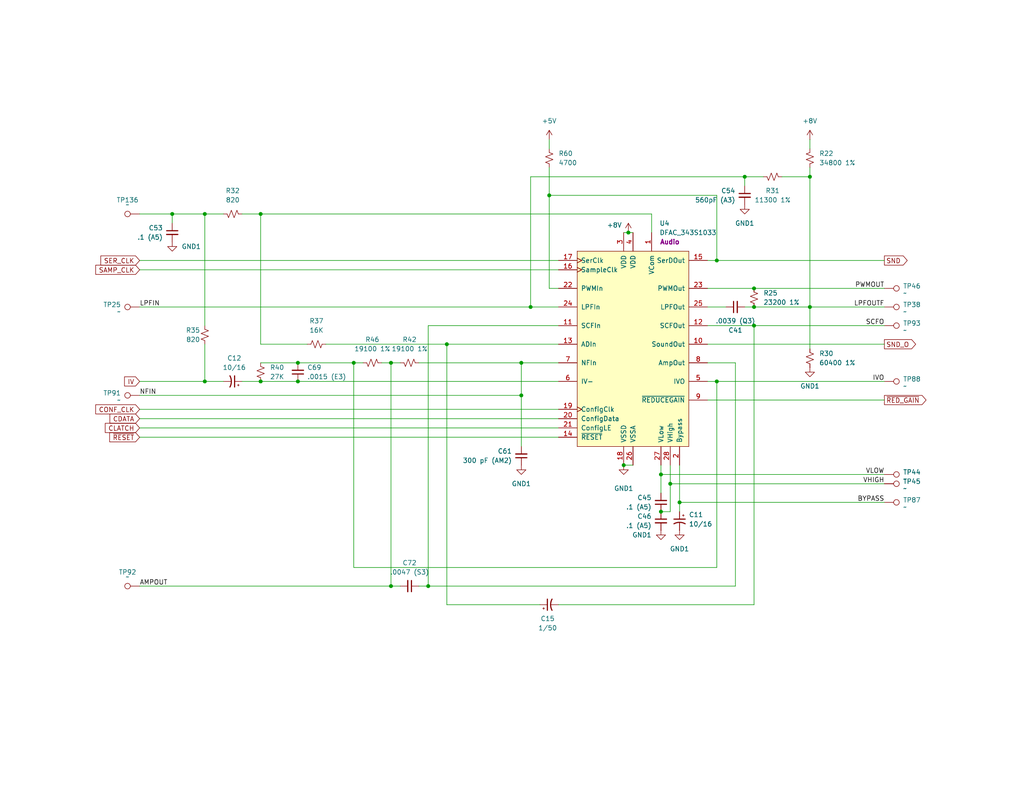
<source format=kicad_sch>
(kicad_sch (version 20250114) (generator "eeschema") (generator_version "9.0")
  (paper "USLetter")
  (title_block (title "Macintosh Classic II Revision B") (date "2025-06-04") (company "Apple Computer") (comment 1 "drawn by Bradley Bell"))
  (lib_symbols
    (symbol "AppleASIC:DFAC_343S1033" (pin_names (offset 1.016))
      (property "Reference" "U" (at -14.986 30.734 0))
      (property "Value" "DFAC_343S1033" (at -14.986 28.194 0))
      (symbol "DFAC_343S1033_1_1"
        (rectangle (start -15.24 25.4) (end 15.24 -27.94) (fill (type background)))
        (pin input clock (at -20.32 22.86 0) (length 5.08) (name "SerClk") (number "17"))
        (pin input clock (at -20.32 20.32 0) (length 5.08) (name "SampleClk") (number "16"))
        (pin input line (at -20.32 15.24 0) (length 5.08) (name "PWMIn") (number "22"))
        (pin input line (at -20.32 10.16 0) (length 5.08) (name "LPFIn") (number "24"))
        (pin input line (at -20.32 5.08 0) (length 5.08) (name "SCFIn") (number "11"))
        (pin input line (at -20.32 0 0) (length 5.08) (name "ADIn") (number "13"))
        (pin input line (at -20.32 -5.08 0) (length 5.08) (name "NFIn") (number "7"))
        (pin input line (at -20.32 -10.16 0) (length 5.08) (name "IV-") (number "6"))
        (pin input clock (at -20.32 -17.78 0) (length 5.08) (name "ConfigClk") (number "19"))
        (pin input line (at -20.32 -20.32 0) (length 5.08) (name "ConfigData") (number "20"))
        (pin input line (at -20.32 -22.86 0) (length 5.08) (name "ConfigLE") (number "21"))
        (pin input line (at -20.32 -25.4 0) (length 5.08) (name "~{RESET}") (number "14"))
        (pin power_in line (at -2.54 30.48 270) (length 5.08) (name "VDD") (number "3"))
        (pin power_in line (at -2.54 -33.02 90) (length 5.08) (name "VSSD") (number "18"))
        (pin power_in line (at 0 30.48 270) (length 5.08) (name "VDD") (number "4"))
        (pin power_in line (at 0 -33.02 90) (length 5.08) (name "VSSA") (number "26"))
        (pin output line (at 5.08 30.48 270) (length 5.08) (name "VCom") (number "1"))
        (pin output line (at 7.62 -33.02 90) (length 5.08) (name "VLow") (number "27"))
        (pin output line (at 10.16 -33.02 90) (length 5.08) (name "VHigh") (number "28"))
        (pin passive line (at 12.7 -33.02 90) (length 5.08) (name "Bypass") (number "2"))
        (pin output line (at 20.32 22.86 180) (length 5.08) (name "SerDOut") (number "15"))
        (pin output line (at 20.32 15.24 180) (length 5.08) (name "PWMOut") (number "23"))
        (pin output line (at 20.32 10.16 180) (length 5.08) (name "LPFOut") (number "25"))
        (pin output line (at 20.32 5.08 180) (length 5.08) (name "SCFOut") (number "12"))
        (pin output line (at 20.32 0 180) (length 5.08) (name "SoundOut") (number "10"))
        (pin output line (at 20.32 -5.08 180) (length 5.08) (name "AmpOut") (number "8"))
        (pin output line (at 20.32 -10.16 180) (length 5.08) (name "IVO") (number "5"))
        (pin open_collector line (at 20.32 -15.24 180) (length 5.08) (name "~{REDUCEGAIN}") (number "9"))
      )
    )
    (symbol "Connector:TestPoint" (pin_numbers (hide yes)) (pin_names (offset 0.762) (hide yes))
      (property "Reference" "TP" (at 0 6.858 0))
      (property "Value" "TestPoint" (at 0 5.08 0))
      (symbol "TestPoint_0_1"
        (circle (center 0 3.302) (radius 0.762))
      )
      (symbol "TestPoint_1_1"
        (pin passive line (at 0 0 90) (length 2.54) (name "1") (number "1"))
      )
    )
    (symbol "Device:C_Polarized_Small_US" (pin_numbers (hide yes)) (pin_names (offset 0.254) (hide yes))
      (property "Reference" "C" (at 0.254 1.778 0))
      (property "Value" "C_Polarized_Small_US" (at 0.254 -2.032 0))
      (symbol "C_Polarized_Small_US_0_1"
        (polyline (pts (xy -1.524 0.508) (xy 1.524 0.508)) (stroke (width 0.3048)))
        (polyline (pts (xy -1.27 1.524) (xy -0.762 1.524)))
        (polyline (pts (xy -1.016 1.27) (xy -1.016 1.778)))
        (arc (start -1.524 -0.762) (mid 0 -0.3734) (end 1.524 -0.762) (stroke (width 0.3048)))
      )
      (symbol "C_Polarized_Small_US_1_1"
        (pin passive line (at 0 2.54 270) (length 2.032) (name "~") (number "1"))
        (pin passive line (at 0 -2.54 90) (length 2.032) (name "~") (number "2"))
      )
    )
    (symbol "Device:C_Small" (pin_numbers (hide yes)) (pin_names (offset 0.254) (hide yes))
      (property "Reference" "C" (at 0.254 1.778 0))
      (property "Value" "C_Small" (at 0.254 -2.032 0))
      (symbol "C_Small_0_1"
        (polyline (pts (xy -1.524 0.508) (xy 1.524 0.508)) (stroke (width 0.3048)))
        (polyline (pts (xy -1.524 -0.508) (xy 1.524 -0.508)) (stroke (width 0.3302)))
      )
      (symbol "C_Small_1_1"
        (pin passive line (at 0 2.54 270) (length 2.032) (name "~") (number "1"))
        (pin passive line (at 0 -2.54 90) (length 2.032) (name "~") (number "2"))
      )
    )
    (symbol "Device:R_Small_US" (pin_numbers (hide yes)) (pin_names (offset 0.254) (hide yes))
      (property "Reference" "R" (at 0.762 0.508 0))
      (property "Value" "R_Small_US" (at 0.762 -1.016 0))
      (symbol "R_Small_US_1_1"
        (polyline (pts (xy 0 1.524) (xy 1.016 1.143) (xy 0 0.762) (xy -1.016 0.381) (xy 0 0)))
        (polyline (pts (xy 0 0) (xy 1.016 -0.381) (xy 0 -0.762) (xy -1.016 -1.143) (xy 0 -1.524)))
        (pin passive line (at 0 2.54 270) (length 1.016) (name "~") (number "1"))
        (pin passive line (at 0 -2.54 90) (length 1.016) (name "~") (number "2"))
      )
    )
    (symbol "power:+5V" (power) (pin_numbers (hide yes)) (pin_names (offset 0) (hide yes))
      (property "Value" "+5V" (at 0 3.556 0))
      (symbol "+5V_0_1"
        (polyline (pts (xy -0.762 1.27) (xy 0 2.54)))
        (polyline (pts (xy 0 2.54) (xy 0.762 1.27)))
        (polyline (pts (xy 0 0) (xy 0 2.54)))
      )
      (symbol "+5V_1_1"
        (pin power_in line (at 0 0 90) (length 0) (name "~") (number "1"))
      )
    )
    (symbol "power:+8V" (power) (pin_numbers (hide yes)) (pin_names (offset 0) (hide yes))
      (property "Value" "+8V" (at 0 3.556 0))
      (symbol "+8V_0_1"
        (polyline (pts (xy -0.762 1.27) (xy 0 2.54)))
        (polyline (pts (xy 0 2.54) (xy 0.762 1.27)))
        (polyline (pts (xy 0 0) (xy 0 2.54)))
      )
      (symbol "+8V_1_1"
        (pin power_in line (at 0 0 90) (length 0) (name "~") (number "1"))
      )
    )
    (symbol "power:GND1" (power) (pin_numbers (hide yes)) (pin_names (offset 0) (hide yes))
      (property "Value" "GND1" (at 0 -3.81 0))
      (symbol "GND1_0_1"
        (polyline (pts (xy 0 0) (xy 0 -1.27) (xy 1.27 -1.27) (xy 0 -2.54) (xy -1.27 -1.27) (xy 0 -1.27)))
      )
      (symbol "GND1_1_1"
        (pin power_in line (at 0 0 270) (length 0) (name "~") (number "1"))
      )
    )
  )
  (junction (at 55.88 104.14))
  (junction (at 81.28 104.14))
  (junction (at 121.92 93.98))
  (junction (at 195.58 104.14))
  (junction (at 106.68 160.02))
  (junction (at 180.34 129.54))
  (junction (at 71.12 104.14))
  (junction (at 203.2 48.26))
  (junction (at 81.28 99.06))
  (junction (at 205.74 83.82))
  (junction (at 55.88 58.42))
  (junction (at 180.34 139.7))
  (junction (at 205.74 78.74))
  (junction (at 142.24 99.06))
  (junction (at 182.88 132.08))
  (junction (at 71.12 58.42))
  (junction (at 220.98 83.82))
  (junction (at 171.45 63.5))
  (junction (at 185.42 137.16))
  (junction (at 106.68 99.06))
  (junction (at 170.18 127))
  (junction (at 46.99 58.42))
  (junction (at 205.74 88.9))
  (junction (at 116.84 160.02))
  (junction (at 195.58 71.12))
  (junction (at 142.24 107.95))
  (junction (at 220.98 48.26))
  (junction (at 149.86 53.34))
  (junction (at 96.52 99.06))
  (junction (at 144.78 83.82))
  (wire (pts (xy 180.34 134.62) (xy 180.34 129.54)))
  (wire (pts (xy 114.3 99.06) (xy 142.24 99.06)))
  (wire (pts (xy 55.88 104.14) (xy 55.88 93.98)))
  (wire (pts (xy 121.92 93.98) (xy 121.92 165.1)))
  (wire (pts (xy 96.52 99.06) (xy 99.06 99.06)))
  (wire (pts (xy 38.1 111.76) (xy 152.4 111.76)))
  (wire (pts (xy 220.98 40.64) (xy 220.98 38.1)))
  (wire (pts (xy 185.42 137.16) (xy 241.3 137.16)))
  (wire (pts (xy 106.68 160.02) (xy 109.22 160.02)))
  (wire (pts (xy 193.04 88.9) (xy 205.74 88.9)))
  (wire (pts (xy 142.24 99.06) (xy 152.4 99.06)))
  (wire (pts (xy 81.28 104.14) (xy 152.4 104.14)))
  (wire (pts (xy 149.86 40.64) (xy 149.86 38.1)))
  (wire (pts (xy 96.52 154.94) (xy 195.58 154.94)))
  (wire (pts (xy 142.24 107.95) (xy 142.24 121.92)))
  (wire (pts (xy 149.86 45.72) (xy 149.86 53.34)))
  (wire (pts (xy 241.3 88.9) (xy 205.74 88.9)))
  (wire (pts (xy 81.28 99.06) (xy 96.52 99.06)))
  (wire (pts (xy 203.2 83.82) (xy 205.74 83.82)))
  (wire (pts (xy 203.2 50.8) (xy 203.2 48.26)))
  (wire (pts (xy 38.1 71.12) (xy 152.4 71.12)))
  (wire (pts (xy 116.84 160.02) (xy 114.3 160.02)))
  (wire (pts (xy 205.74 83.82) (xy 220.98 83.82)))
  (wire (pts (xy 195.58 71.12) (xy 241.3 71.12)))
  (wire (pts (xy 205.74 88.9) (xy 205.74 165.1)))
  (wire (pts (xy 220.98 83.82) (xy 220.98 95.25)))
  (wire (pts (xy 203.2 48.26) (xy 208.28 48.26)))
  (wire (pts (xy 38.1 107.95) (xy 142.24 107.95)))
  (wire (pts (xy 55.88 104.14) (xy 60.96 104.14)))
  (wire (pts (xy 182.88 127) (xy 182.88 132.08)))
  (wire (pts (xy 104.14 99.06) (xy 106.68 99.06)))
  (wire (pts (xy 220.98 48.26) (xy 220.98 83.82)))
  (wire (pts (xy 66.04 104.14) (xy 71.12 104.14)))
  (wire (pts (xy 180.34 139.7) (xy 182.88 139.7)))
  (wire (pts (xy 38.1 104.14) (xy 55.88 104.14)))
  (wire (pts (xy 241.3 93.98) (xy 193.04 93.98)))
  (wire (pts (xy 121.92 93.98) (xy 152.4 93.98)))
  (wire (pts (xy 182.88 132.08) (xy 182.88 139.7)))
  (wire (pts (xy 38.1 160.02) (xy 106.68 160.02)))
  (wire (pts (xy 195.58 104.14) (xy 241.3 104.14)))
  (wire (pts (xy 241.3 83.82) (xy 220.98 83.82)))
  (wire (pts (xy 38.1 83.82) (xy 144.78 83.82)))
  (wire (pts (xy 195.58 104.14) (xy 193.04 104.14)))
  (wire (pts (xy 144.78 48.26) (xy 144.78 83.82)))
  (wire (pts (xy 193.04 109.22) (xy 241.3 109.22)))
  (wire (pts (xy 71.12 58.42) (xy 177.8 58.42)))
  (wire (pts (xy 185.42 127) (xy 185.42 137.16)))
  (wire (pts (xy 171.45 63.5) (xy 170.18 63.5)))
  (wire (pts (xy 38.1 58.42) (xy 46.99 58.42)))
  (wire (pts (xy 96.52 99.06) (xy 96.52 154.94)))
  (wire (pts (xy 66.04 58.42) (xy 71.12 58.42)))
  (wire (pts (xy 46.99 58.42) (xy 46.99 60.96)))
  (wire (pts (xy 213.36 48.26) (xy 220.98 48.26)))
  (wire (pts (xy 195.58 154.94) (xy 195.58 104.14)))
  (wire (pts (xy 195.58 71.12) (xy 193.04 71.12)))
  (wire (pts (xy 71.12 99.06) (xy 81.28 99.06)))
  (wire (pts (xy 149.86 53.34) (xy 195.58 53.34)))
  (wire (pts (xy 180.34 129.54) (xy 241.3 129.54)))
  (wire (pts (xy 88.9 93.98) (xy 121.92 93.98)))
  (wire (pts (xy 116.84 88.9) (xy 152.4 88.9)))
  (wire (pts (xy 144.78 83.82) (xy 152.4 83.82)))
  (wire (pts (xy 193.04 99.06) (xy 200.66 99.06)))
  (wire (pts (xy 220.98 45.72) (xy 220.98 48.26)))
  (wire (pts (xy 38.1 73.66) (xy 152.4 73.66)))
  (wire (pts (xy 144.78 48.26) (xy 203.2 48.26)))
  (wire (pts (xy 71.12 58.42) (xy 71.12 93.98)))
  (wire (pts (xy 116.84 88.9) (xy 116.84 160.02)))
  (wire (pts (xy 195.58 53.34) (xy 195.58 71.12)))
  (wire (pts (xy 149.86 78.74) (xy 152.4 78.74)))
  (wire (pts (xy 149.86 53.34) (xy 149.86 78.74)))
  (wire (pts (xy 180.34 129.54) (xy 180.34 127)))
  (wire (pts (xy 106.68 99.06) (xy 109.22 99.06)))
  (wire (pts (xy 170.18 127) (xy 172.72 127)))
  (wire (pts (xy 182.88 132.08) (xy 241.3 132.08)))
  (wire (pts (xy 55.88 58.42) (xy 55.88 88.9)))
  (wire (pts (xy 71.12 93.98) (xy 83.82 93.98)))
  (wire (pts (xy 177.8 58.42) (xy 177.8 63.5)))
  (wire (pts (xy 205.74 165.1) (xy 152.4 165.1)))
  (wire (pts (xy 193.04 83.82) (xy 198.12 83.82)))
  (wire (pts (xy 71.12 104.14) (xy 81.28 104.14)))
  (wire (pts (xy 38.1 116.84) (xy 152.4 116.84)))
  (wire (pts (xy 205.74 78.74) (xy 241.3 78.74)))
  (wire (pts (xy 172.72 63.5) (xy 171.45 63.5)))
  (wire (pts (xy 142.24 99.06) (xy 142.24 107.95)))
  (wire (pts (xy 185.42 137.16) (xy 185.42 139.7)))
  (wire (pts (xy 55.88 58.42) (xy 60.96 58.42)))
  (wire (pts (xy 38.1 114.3) (xy 152.4 114.3)))
  (wire (pts (xy 106.68 99.06) (xy 106.68 160.02)))
  (wire (pts (xy 121.92 165.1) (xy 147.32 165.1)))
  (wire (pts (xy 200.66 99.06) (xy 200.66 160.02)))
  (wire (pts (xy 193.04 78.74) (xy 205.74 78.74)))
  (wire (pts (xy 116.84 160.02) (xy 200.66 160.02)))
  (wire (pts (xy 46.99 58.42) (xy 55.88 58.42)))
  (wire (pts (xy 38.1 119.38) (xy 152.4 119.38)))
  (label "VLOW" (at 241.3 129.54 180))
  (label "VHIGH" (at 241.3 132.08 180))
  (label "SCFO" (at 241.3 88.9 180))
  (label "LPFOUTF" (at 241.3 83.82 180))
  (label "NFIN" (at 38.1 107.95 0))
  (label "AMPOUT" (at 38.1 160.02 0))
  (label "IVO" (at 241.3 104.14 180))
  (label "LPFIN" (at 38.1 83.82 0))
  (label "BYPASS" (at 241.3 137.16 180))
  (label "PWMOUT" (at 241.3 78.74 180))
  (global_label "CDATA" (shape input) (at 38.1 114.3 180) (property "Intersheetrefs" "${INTERSHEET_REFS}" (at 26.7088 114.3 0) (effects (justify right))))
  (global_label "IV" (shape input) (at 38.1 104.14 180) (property "Intersheetrefs" "${INTERSHEET_REFS}" (at 33.4214 104.14 0) (effects (justify right))))
  (global_label "CONF_CLK" (shape input) (at 38.1 111.76 180) (property "Intersheetrefs" "${INTERSHEET_REFS}" (at 25.5595 111.76 0) (effects (justify right))))
  (global_label "SER_CLK" (shape input) (at 38.1 71.12 180) (property "Intersheetrefs" "${INTERSHEET_REFS}" (at 26.9506 71.12 0) (effects (justify right))))
  (global_label "~{RED_GAIN}" (shape output) (at 241.3 109.22 0) (property "Intersheetrefs" "${INTERSHEET_REFS}" (at 253.2357 109.22 0) (effects (justify left))))
  (global_label "SND_O" (shape output) (at 241.3 93.98 0) (property "Intersheetrefs" "${INTERSHEET_REFS}" (at 250.3933 93.98 0) (effects (justify left))))
  (global_label "~{RESET}" (shape input) (at 38.1 119.38 180) (property "Intersheetrefs" "${INTERSHEET_REFS}" (at 29.3697 119.38 0) (effects (justify right))))
  (global_label "CLATCH" (shape input) (at 38.1 116.84 180) (property "Intersheetrefs" "${INTERSHEET_REFS}" (at 26.8902 116.84 0) (effects (justify right))))
  (global_label "SAMP_CLK" (shape input) (at 38.1 73.66 180) (property "Intersheetrefs" "${INTERSHEET_REFS}" (at 25.5596 73.66 0) (effects (justify right))))
  (global_label "SND" (shape output) (at 241.3 71.12 0) (property "Intersheetrefs" "${INTERSHEET_REFS}" (at 248.0952 71.12 0) (effects (justify left))))
  (symbol (lib_id "Device:R_Small_US") (at 111.76 99.06 90) (mirror x) (unit 1)
    (property "Reference" "R42" (at 111.76 92.71 90))
    (property "Value" "19100 1%" (at 111.76 95.25 90))
    (property "Footprint" "MyPackage:SMD_0805_2012Metric_Pad1.25x1.65mm" (effects (hide yes)))
    (property "Description" "Resistor, small US symbol" (effects (hide yes)))
  )
  (symbol (lib_id "Connector:TestPoint") (at 241.3 137.16 270) (mirror x) (unit 1)
    (property "Reference" "TP87" (at 246.38 136.5249 90) (effects (justify left)))
    (property "Value" "~" (at 246.38 138.43 90) (effects (justify left)))
    (property "Footprint" "MyPackage:TestPoint_THTPad_D1.0mm_Drill0.5mm" (effects (hide yes)))
    (property "Description" "test point" (effects (hide yes)))
  )
  (symbol (lib_id "Device:R_Small_US") (at 205.74 81.28 180) (unit 1)
    (property "Reference" "R25" (at 208.28 80.0099 0) (effects (justify right)))
    (property "Value" "23200 1%" (at 208.28 82.5499 0) (effects (justify right)))
    (property "Footprint" "MyPackage:SMD_0805_2012Metric_Pad1.25x1.65mm" (effects (hide yes)))
    (property "Description" "Resistor, small US symbol" (effects (hide yes)))
  )
  (symbol (lib_id "Device:C_Small") (at 203.2 53.34 0) (unit 1)
    (property "Reference" "C54" (at 200.66 52.0762 0) (effects (justify right)))
    (property "Value" "560pF (A3)" (at 200.66 54.6162 0) (effects (justify right)))
    (property "Footprint" "MyPackage:SMD_0603_1608Metric_Pad1.52x1.02mm" (effects (hide yes)))
    (property "Description" "Unpolarized capacitor, small symbol" (effects (hide yes)))
  )
  (symbol (lib_id "Device:C_Small") (at 180.34 137.16 0) (mirror x) (unit 1)
    (property "Reference" "C45" (at 177.8 135.8835 0) (effects (justify right)))
    (property "Value" ".1 (A5)" (at 177.8 138.4235 0) (effects (justify right)))
    (property "Footprint" "MyPackage:SMD_0603_1608Metric_Pad1.52x1.02mm" (effects (hide yes)))
    (property "Description" "Unpolarized capacitor, small symbol" (effects (hide yes)))
  )
  (symbol (lib_id "power:GND1") (at 220.98 100.33 0) (mirror y) (unit 1)
    (property "Reference" "#PWR0196" (effects (hide yes)))
    (property "Value" "GND1" (at 220.98 105.41 0))
    (property "Description" "Power symbol creates a global label with name \"GND1\" , ground" (effects (hide yes)))
  )
  (symbol (lib_id "Connector:TestPoint") (at 241.3 132.08 270) (mirror x) (unit 1)
    (property "Reference" "TP45" (at 246.38 131.4449 90) (effects (justify left)))
    (property "Value" "~" (at 246.38 133.35 90) (effects (justify left)))
    (property "Footprint" "MyPackage:TestPoint_Pad_D1.0mm" (effects (hide yes)))
    (property "Description" "test point" (effects (hide yes)))
  )
  (symbol (lib_id "Connector:TestPoint") (at 38.1 83.82 90) (unit 1)
    (property "Reference" "TP25" (at 33.02 83.1849 90) (effects (justify left)))
    (property "Value" "~" (at 33.02 85.09 90) (effects (justify left)))
    (property "Footprint" "MyPackage:TestPoint_THTPad_D1.0mm_Drill0.5mm" (effects (hide yes)))
    (property "Description" "test point" (effects (hide yes)))
  )
  (symbol (lib_id "Device:C_Small") (at 200.66 83.82 90) (unit 1)
    (property "Reference" "C41" (at 200.6663 90.17 90))
    (property "Value" ".0039 (Q3)" (at 200.6663 87.63 90))
    (property "Footprint" "MyPackage:SMD_0603_1608Metric_Pad1.52x1.02mm" (effects (hide yes)))
    (property "Description" "Unpolarized capacitor, small symbol" (effects (hide yes)))
  )
  (symbol (lib_id "Connector:TestPoint") (at 38.1 58.42 90) (mirror x) (unit 1)
    (property "Reference" "TP136" (at 34.798 54.61 90))
    (property "Value" "~" (at 34.798 55.88 90))
    (property "Footprint" "MyPackage:TestPoint_Pad_D1.0mm" (effects (hide yes)))
    (property "Description" "test point" (effects (hide yes)))
  )
  (symbol (lib_id "Device:R_Small_US") (at 86.36 93.98 270) (unit 1)
    (property "Reference" "R37" (at 86.36 87.63 90))
    (property "Value" "16K" (at 86.36 90.17 90))
    (property "Footprint" "MyPackage:SMD_0805_2012Metric_Pad1.25x1.65mm" (effects (hide yes)))
    (property "Description" "Resistor, small US symbol" (effects (hide yes)))
  )
  (symbol (lib_id "power:GND1") (at 180.34 144.78 0) (mirror y) (unit 1)
    (property "Reference" "#PWR0191" (effects (hide yes)))
    (property "Value" "GND1" (at 177.8 146.0499 0) (effects (justify left)))
    (property "Description" "Power symbol creates a global label with name \"GND1\" , ground" (effects (hide yes)))
  )
  (symbol (lib_id "Connector:TestPoint") (at 241.3 83.82 270) (unit 1)
    (property "Reference" "TP38" (at 246.38 83.1849 90) (effects (justify left)))
    (property "Value" "~" (at 246.38 85.09 90) (effects (justify left)))
    (property "Footprint" "MyPackage:TestPoint_Pad_D1.0mm" (effects (hide yes)))
    (property "Description" "test point" (effects (hide yes)))
  )
  (symbol (lib_id "Device:C_Small") (at 111.76 160.02 270) (unit 1)
    (property "Reference" "C72" (at 111.7536 153.67 90))
    (property "Value" ".0047 (S3)" (at 111.7536 156.21 90))
    (property "Footprint" "MyPackage:SMD_0603_1608Metric_Pad1.52x1.02mm" (effects (hide yes)))
    (property "Description" "Unpolarized capacitor, small symbol" (effects (hide yes)))
  )
  (symbol (lib_id "Connector:TestPoint") (at 38.1 107.95 90) (mirror x) (unit 1)
    (property "Reference" "TP91" (at 33.02 107.3149 90) (effects (justify left)))
    (property "Value" "~" (at 33.02 109.22 90) (effects (justify left)))
    (property "Footprint" "MyPackage:TestPoint_Pad_D1.0mm" (effects (hide yes)))
    (property "Description" "test point" (effects (hide yes)))
  )
  (symbol (lib_id "Device:C_Small") (at 180.34 142.24 0) (mirror y) (unit 1)
    (property "Reference" "C46" (at 177.8 140.9762 0) (effects (justify left)))
    (property "Value" ".1 (A5)" (at 177.8 143.5162 0) (effects (justify left)))
    (property "Footprint" "MyPackage:SMD_0603_1608Metric_Pad1.52x1.02mm" (effects (hide yes)))
    (property "Description" "Unpolarized capacitor, small symbol" (effects (hide yes)))
  )
  (symbol (lib_id "Device:C_Small") (at 142.24 124.46 0) (mirror x) (unit 1)
    (property "Reference" "C61" (at 139.7 123.1835 0) (effects (justify right)))
    (property "Value" "300 pF (AM2)" (at 139.7 125.7235 0) (effects (justify right)))
    (property "Footprint" "MyPackage:SMD_1206_3216Metric_Pad1.65x1.27mm" (effects (hide yes)))
    (property "Description" "Unpolarized capacitor, small symbol" (effects (hide yes)))
  )
  (symbol (lib_id "Device:R_Small_US") (at 149.86 43.18 0) (unit 1)
    (property "Reference" "R60" (at 152.4 41.9099 0) (effects (justify left)))
    (property "Value" "4700" (at 152.4 44.4499 0) (effects (justify left)))
    (property "Footprint" "MyPackage:SMD_0805_2012Metric_Pad1.25x1.65mm" (effects (hide yes)))
    (property "Description" "Resistor, small US symbol" (effects (hide yes)))
  )
  (symbol (lib_id "Device:C_Small") (at 81.28 101.6 180) (unit 1)
    (property "Reference" "C69" (at 83.82 100.3235 0) (effects (justify right)))
    (property "Value" ".0015 (E3)" (at 83.82 102.8635 0) (effects (justify right)))
    (property "Footprint" "MyPackage:SMD_0805_2012Metric_Pad1.25x1.65mm" (effects (hide yes)))
    (property "Description" "Unpolarized capacitor, small symbol" (effects (hide yes)))
  )
  (symbol (lib_id "Device:R_Small_US") (at 101.6 99.06 270) (mirror x) (unit 1)
    (property "Reference" "R46" (at 101.6 92.71 90))
    (property "Value" "19100 1%" (at 101.6 95.25 90))
    (property "Footprint" "MyPackage:SMD_0805_2012Metric_Pad1.25x1.65mm" (effects (hide yes)))
    (property "Description" "Resistor, small US symbol" (effects (hide yes)))
  )
  (symbol (lib_id "Device:C_Polarized_Small_US") (at 149.86 165.1 90) (unit 1)
    (property "Reference" "C15" (at 149.4282 168.91 90))
    (property "Value" "1/50" (at 149.4282 171.45 90))
    (property "Footprint" "MyPackage:CP_Elec_4x5.8" (effects (hide yes)))
    (property "Description" "Polarized capacitor, small US symbol" (effects (hide yes)))
  )
  (symbol (lib_id "Connector:TestPoint") (at 38.1 160.02 90) (mirror x) (unit 1)
    (property "Reference" "TP92" (at 34.798 156.21 90))
    (property "Value" "~" (at 34.798 157.48 90))
    (property "Footprint" "MyPackage:TestPoint_Pad_D1.0mm" (effects (hide yes)))
    (property "Description" "test point" (effects (hide yes)))
  )
  (symbol (lib_id "Device:R_Small_US") (at 220.98 97.79 180) (unit 1)
    (property "Reference" "R30" (at 223.52 96.5199 0) (effects (justify right)))
    (property "Value" "60400 1%" (at 223.52 99.0599 0) (effects (justify right)))
    (property "Footprint" "MyPackage:SMD_0805_2012Metric_Pad1.25x1.65mm" (effects (hide yes)))
    (property "Description" "Resistor, small US symbol" (effects (hide yes)))
  )
  (symbol (lib_id "AppleASIC:DFAC_343S1033") (at 172.72 93.98 0) (unit 1)
    (property "Reference" "U4" (at 179.9433 60.96 0) (effects (justify left)))
    (property "Value" "DFAC_343S1033" (at 179.9433 63.5 0) (effects (justify left)))
    (property "Footprint" "MyPackage:PLCC-28_rounded" (effects (hide yes)))
    (property "Description" "Audio" (at 179.9433 66.04 0) (effects (font (thickness 0.254) (bold yes)) (justify left)))
  )
  (symbol (lib_id "Device:R_Small_US") (at 55.88 91.44 180) (unit 1)
    (property "Reference" "R35" (at 54.61 90.1699 0) (effects (justify left)))
    (property "Value" "820" (at 54.61 92.7099 0) (effects (justify left)))
    (property "Footprint" "MyPackage:SMD_0805_2012Metric_Pad1.25x1.65mm" (effects (hide yes)))
    (property "Description" "Resistor, small US symbol" (effects (hide yes)))
  )
  (symbol (lib_id "Device:R_Small_US") (at 63.5 58.42 90) (mirror x) (unit 1)
    (property "Reference" "R32" (at 63.5 52.07 90))
    (property "Value" "820" (at 63.5 54.61 90))
    (property "Footprint" "MyPackage:SMD_0805_2012Metric_Pad1.25x1.65mm" (effects (hide yes)))
    (property "Description" "Resistor, small US symbol" (effects (hide yes)))
  )
  (symbol (lib_id "Connector:TestPoint") (at 241.3 88.9 270) (mirror x) (unit 1)
    (property "Reference" "TP93" (at 246.38 88.2649 90) (effects (justify left)))
    (property "Value" "~" (at 246.38 90.17 90) (effects (justify left)))
    (property "Footprint" "MyPackage:TestPoint_THTPad_D1.0mm_Drill0.5mm" (effects (hide yes)))
    (property "Description" "test point" (effects (hide yes)))
  )
  (symbol (lib_id "Connector:TestPoint") (at 241.3 104.14 270) (mirror x) (unit 1)
    (property "Reference" "TP88" (at 246.38 103.5049 90) (effects (justify left)))
    (property "Value" "~" (at 246.38 105.41 90) (effects (justify left)))
    (property "Footprint" "MyPackage:TestPoint_Pad_D1.0mm" (effects (hide yes)))
    (property "Description" "test point" (effects (hide yes)))
  )
  (symbol (lib_id "Device:C_Polarized_Small_US") (at 63.5 104.14 270) (mirror x) (unit 1)
    (property "Reference" "C12" (at 63.9318 97.79 90))
    (property "Value" "10/16" (at 63.9318 100.33 90))
    (property "Footprint" "MyPackage:CP_Elec_4x5.8" (effects (hide yes)))
    (property "Description" "Polarized capacitor, small US symbol" (effects (hide yes)))
  )
  (symbol (lib_id "Device:R_Small_US") (at 210.82 48.26 270) (mirror x) (unit 1)
    (property "Reference" "R31" (at 210.82 52.07 90))
    (property "Value" "11300 1%" (at 210.82 54.61 90))
    (property "Footprint" "MyPackage:SMD_0805_2012Metric_Pad1.25x1.65mm" (effects (hide yes)))
    (property "Description" "Resistor, small US symbol" (effects (hide yes)))
  )
  (symbol (lib_id "Connector:TestPoint") (at 241.3 78.74 270) (unit 1)
    (property "Reference" "TP46" (at 246.38 78.1049 90) (effects (justify left)))
    (property "Value" "~" (at 246.38 80.01 90) (effects (justify left)))
    (property "Footprint" "MyPackage:TestPoint_Pad_D1.0mm" (effects (hide yes)))
    (property "Description" "test point" (effects (hide yes)))
  )
  (symbol (lib_id "power:GND1") (at 185.42 144.78 0) (mirror y) (unit 1)
    (property "Reference" "#PWR0193" (effects (hide yes)))
    (property "Value" "GND1" (at 185.42 149.86 0))
    (property "Description" "Power symbol creates a global label with name \"GND1\" , ground" (effects (hide yes)))
  )
  (symbol (lib_id "Device:R_Small_US") (at 71.12 101.6 0) (unit 1)
    (property "Reference" "R40" (at 73.66 100.3299 0) (effects (justify left)))
    (property "Value" "27K" (at 73.66 102.8699 0) (effects (justify left)))
    (property "Footprint" "MyPackage:SMD_0805_2012Metric_Pad1.25x1.65mm" (effects (hide yes)))
    (property "Description" "Resistor, small US symbol" (effects (hide yes)))
  )
  (symbol (lib_id "Device:R_Small_US") (at 220.98 43.18 0) (mirror y) (unit 1)
    (property "Reference" "R22" (at 223.52 41.9099 0) (effects (justify right)))
    (property "Value" "34800 1%" (at 223.52 44.4499 0) (effects (justify right)))
    (property "Footprint" "MyPackage:SMD_0805_2012Metric_Pad1.25x1.65mm" (effects (hide yes)))
    (property "Description" "Resistor, small US symbol" (effects (hide yes)))
  )
  (symbol (lib_id "power:GND1") (at 142.24 127 0) (mirror y) (unit 1)
    (property "Reference" "#PWR079" (effects (hide yes)))
    (property "Value" "GND1" (at 142.24 132.08 0))
    (property "Description" "Power symbol creates a global label with name \"GND1\" , ground" (effects (hide yes)))
  )
  (symbol (lib_id "power:+8V") (at 171.45 63.5 0) (unit 1)
    (property "Reference" "#PWR0190" (effects (hide yes)))
    (property "Value" "+8V" (at 167.64 61.468 0))
    (property "Description" "Power symbol creates a global label with name \"+8V\"" (effects (hide yes)))
  )
  (symbol (lib_id "power:GND1") (at 203.2 55.88 0) (mirror y) (unit 1)
    (property "Reference" "#PWR0115" (effects (hide yes)))
    (property "Value" "GND1" (at 203.2 60.96 0))
    (property "Description" "Power symbol creates a global label with name \"GND1\" , ground" (effects (hide yes)))
  )
  (symbol (lib_id "Device:C_Small") (at 46.99 63.5 0) (mirror y) (unit 1)
    (property "Reference" "C53" (at 44.45 62.2362 0) (effects (justify left)))
    (property "Value" ".1 (A5)" (at 44.45 64.7762 0) (effects (justify left)))
    (property "Footprint" "MyPackage:SMD_0603_1608Metric_Pad1.52x1.02mm" (effects (hide yes)))
    (property "Description" "Unpolarized capacitor, small symbol" (effects (hide yes)))
  )
  (symbol (lib_id "power:GND1") (at 46.99 66.04 0) (mirror y) (unit 1)
    (property "Reference" "#PWR014" (effects (hide yes)))
    (property "Value" "GND1" (at 49.53 67.3099 0) (effects (justify right)))
    (property "Description" "Power symbol creates a global label with name \"GND1\" , ground" (effects (hide yes)))
  )
  (symbol (lib_id "power:+8V") (at 220.98 38.1 0) (unit 1)
    (property "Reference" "#PWR0195" (effects (hide yes)))
    (property "Value" "+8V" (at 220.98 33.02 0))
    (property "Description" "Power symbol creates a global label with name \"+8V\"" (effects (hide yes)))
  )
  (symbol (lib_id "Connector:TestPoint") (at 241.3 129.54 270) (mirror x) (unit 1)
    (property "Reference" "TP44" (at 246.38 128.9049 90) (effects (justify left)))
    (property "Value" "~" (at 246.38 130.81 90) (effects (justify left)))
    (property "Footprint" "MyPackage:TestPoint_THTPad_D1.0mm_Drill0.5mm" (effects (hide yes)))
    (property "Description" "test point" (effects (hide yes)))
  )
  (symbol (lib_id "power:+5V") (at 149.86 38.1 0) (unit 1)
    (property "Reference" "#PWR0194" (effects (hide yes)))
    (property "Value" "+5V" (at 149.86 33.02 0))
    (property "Description" "Power symbol creates a global label with name \"+5V\"" (effects (hide yes)))
  )
  (symbol (lib_id "Device:C_Polarized_Small_US") (at 185.42 142.24 0) (mirror y) (unit 1)
    (property "Reference" "C11" (at 187.96 140.5381 0) (effects (justify right)))
    (property "Value" "10/16" (at 187.96 143.0781 0) (effects (justify right)))
    (property "Footprint" "MyPackage:CP_Elec_4x5.8" (effects (hide yes)))
    (property "Description" "Polarized capacitor, small US symbol" (effects (hide yes)))
  )
  (symbol (lib_id "power:GND1") (at 170.18 127 0) (mirror y) (unit 1)
    (property "Reference" "#PWR0118" (effects (hide yes)))
    (property "Value" "GND1" (at 170.18 133.35 0))
    (property "Description" "Power symbol creates a global label with name \"GND1\" , ground" (effects (hide yes)))
  )
)
</source>
